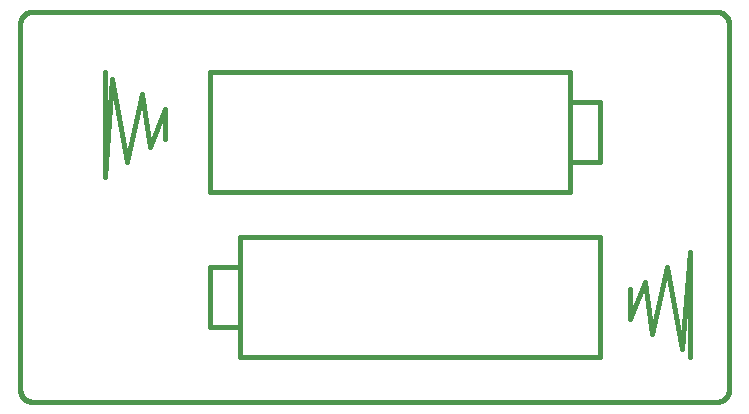
<source format=gbr>
G04 EAGLE Gerber RS-274X export*
G75*
%MOMM*%
%FSLAX34Y34*%
%LPD*%
%INSilkscreen Bottom*%
%IPPOS*%
%AMOC8*
5,1,8,0,0,1.08239X$1,22.5*%
G01*
%ADD10C,0.406400*%


D10*
X14800Y469800D02*
X594800Y469800D01*
X595042Y469797D01*
X595283Y469788D01*
X595524Y469774D01*
X595765Y469753D01*
X596005Y469727D01*
X596245Y469695D01*
X596484Y469657D01*
X596721Y469614D01*
X596958Y469564D01*
X597193Y469509D01*
X597427Y469449D01*
X597659Y469382D01*
X597890Y469311D01*
X598119Y469233D01*
X598346Y469150D01*
X598571Y469062D01*
X598794Y468968D01*
X599014Y468869D01*
X599232Y468764D01*
X599447Y468655D01*
X599660Y468540D01*
X599870Y468420D01*
X600076Y468295D01*
X600280Y468165D01*
X600481Y468030D01*
X600678Y467890D01*
X600872Y467746D01*
X601062Y467597D01*
X601248Y467443D01*
X601431Y467285D01*
X601610Y467123D01*
X601785Y466956D01*
X601956Y466785D01*
X602123Y466610D01*
X602285Y466431D01*
X602443Y466248D01*
X602597Y466062D01*
X602746Y465872D01*
X602890Y465678D01*
X603030Y465481D01*
X603165Y465280D01*
X603295Y465076D01*
X603420Y464870D01*
X603540Y464660D01*
X603655Y464447D01*
X603764Y464232D01*
X603869Y464014D01*
X603968Y463794D01*
X604062Y463571D01*
X604150Y463346D01*
X604233Y463119D01*
X604311Y462890D01*
X604382Y462659D01*
X604449Y462427D01*
X604509Y462193D01*
X604564Y461958D01*
X604614Y461721D01*
X604657Y461484D01*
X604695Y461245D01*
X604727Y461005D01*
X604753Y460765D01*
X604774Y460524D01*
X604788Y460283D01*
X604797Y460042D01*
X604800Y459800D01*
X604800Y149800D01*
X604797Y149558D01*
X604788Y149317D01*
X604774Y149076D01*
X604753Y148835D01*
X604727Y148595D01*
X604695Y148355D01*
X604657Y148116D01*
X604614Y147879D01*
X604564Y147642D01*
X604509Y147407D01*
X604449Y147173D01*
X604382Y146941D01*
X604311Y146710D01*
X604233Y146481D01*
X604150Y146254D01*
X604062Y146029D01*
X603968Y145806D01*
X603869Y145586D01*
X603764Y145368D01*
X603655Y145153D01*
X603540Y144940D01*
X603420Y144730D01*
X603295Y144524D01*
X603165Y144320D01*
X603030Y144119D01*
X602890Y143922D01*
X602746Y143728D01*
X602597Y143538D01*
X602443Y143352D01*
X602285Y143169D01*
X602123Y142990D01*
X601956Y142815D01*
X601785Y142644D01*
X601610Y142477D01*
X601431Y142315D01*
X601248Y142157D01*
X601062Y142003D01*
X600872Y141854D01*
X600678Y141710D01*
X600481Y141570D01*
X600280Y141435D01*
X600076Y141305D01*
X599870Y141180D01*
X599660Y141060D01*
X599447Y140945D01*
X599232Y140836D01*
X599014Y140731D01*
X598794Y140632D01*
X598571Y140538D01*
X598346Y140450D01*
X598119Y140367D01*
X597890Y140289D01*
X597659Y140218D01*
X597427Y140151D01*
X597193Y140091D01*
X596958Y140036D01*
X596721Y139986D01*
X596484Y139943D01*
X596245Y139905D01*
X596005Y139873D01*
X595765Y139847D01*
X595524Y139826D01*
X595283Y139812D01*
X595042Y139803D01*
X594800Y139800D01*
X14800Y139800D01*
X14558Y139803D01*
X14317Y139812D01*
X14076Y139826D01*
X13835Y139847D01*
X13595Y139873D01*
X13355Y139905D01*
X13116Y139943D01*
X12879Y139986D01*
X12642Y140036D01*
X12407Y140091D01*
X12173Y140151D01*
X11941Y140218D01*
X11710Y140289D01*
X11481Y140367D01*
X11254Y140450D01*
X11029Y140538D01*
X10806Y140632D01*
X10586Y140731D01*
X10368Y140836D01*
X10153Y140945D01*
X9940Y141060D01*
X9730Y141180D01*
X9524Y141305D01*
X9320Y141435D01*
X9119Y141570D01*
X8922Y141710D01*
X8728Y141854D01*
X8538Y142003D01*
X8352Y142157D01*
X8169Y142315D01*
X7990Y142477D01*
X7815Y142644D01*
X7644Y142815D01*
X7477Y142990D01*
X7315Y143169D01*
X7157Y143352D01*
X7003Y143538D01*
X6854Y143728D01*
X6710Y143922D01*
X6570Y144119D01*
X6435Y144320D01*
X6305Y144524D01*
X6180Y144730D01*
X6060Y144940D01*
X5945Y145153D01*
X5836Y145368D01*
X5731Y145586D01*
X5632Y145806D01*
X5538Y146029D01*
X5450Y146254D01*
X5367Y146481D01*
X5289Y146710D01*
X5218Y146941D01*
X5151Y147173D01*
X5091Y147407D01*
X5036Y147642D01*
X4986Y147879D01*
X4943Y148116D01*
X4905Y148355D01*
X4873Y148595D01*
X4847Y148835D01*
X4826Y149076D01*
X4812Y149317D01*
X4803Y149558D01*
X4800Y149800D01*
X4800Y459800D01*
X4803Y460042D01*
X4812Y460283D01*
X4826Y460524D01*
X4847Y460765D01*
X4873Y461005D01*
X4905Y461245D01*
X4943Y461484D01*
X4986Y461721D01*
X5036Y461958D01*
X5091Y462193D01*
X5151Y462427D01*
X5218Y462659D01*
X5289Y462890D01*
X5367Y463119D01*
X5450Y463346D01*
X5538Y463571D01*
X5632Y463794D01*
X5731Y464014D01*
X5836Y464232D01*
X5945Y464447D01*
X6060Y464660D01*
X6180Y464870D01*
X6305Y465076D01*
X6435Y465280D01*
X6570Y465481D01*
X6710Y465678D01*
X6854Y465872D01*
X7003Y466062D01*
X7157Y466248D01*
X7315Y466431D01*
X7477Y466610D01*
X7644Y466785D01*
X7815Y466956D01*
X7990Y467123D01*
X8169Y467285D01*
X8352Y467443D01*
X8538Y467597D01*
X8728Y467746D01*
X8922Y467890D01*
X9119Y468030D01*
X9320Y468165D01*
X9524Y468295D01*
X9730Y468420D01*
X9940Y468540D01*
X10153Y468655D01*
X10368Y468764D01*
X10586Y468869D01*
X10806Y468968D01*
X11029Y469062D01*
X11254Y469150D01*
X11481Y469233D01*
X11710Y469311D01*
X11941Y469382D01*
X12173Y469449D01*
X12407Y469509D01*
X12642Y469564D01*
X12879Y469614D01*
X13116Y469657D01*
X13355Y469695D01*
X13595Y469727D01*
X13835Y469753D01*
X14076Y469774D01*
X14317Y469788D01*
X14558Y469797D01*
X14800Y469800D01*
X76200Y419100D02*
X76200Y330200D01*
X82550Y412750D01*
X95250Y342900D01*
X107950Y400050D01*
X114300Y355600D01*
X127000Y387350D01*
X127000Y361950D01*
X571500Y266700D02*
X571500Y177800D01*
X565150Y184150D02*
X571500Y266700D01*
X552450Y254000D02*
X565150Y184150D01*
X539750Y196850D02*
X552450Y254000D01*
X533400Y241300D02*
X539750Y196850D01*
X520700Y209550D02*
X533400Y241300D01*
X520700Y234950D02*
X520700Y209550D01*
X165100Y317500D02*
X165100Y419100D01*
X165100Y317500D02*
X469900Y317500D01*
X469900Y342900D01*
X469900Y393700D01*
X469900Y419100D01*
X165100Y419100D01*
X469900Y393700D02*
X495300Y393700D01*
X495300Y342900D01*
X469900Y342900D01*
X495300Y279400D02*
X495300Y177800D01*
X495300Y279400D02*
X190500Y279400D01*
X190500Y254000D01*
X190500Y203200D01*
X190500Y177800D01*
X495300Y177800D01*
X190500Y203200D02*
X165100Y203200D01*
X165100Y254000D01*
X190500Y254000D01*
M02*

</source>
